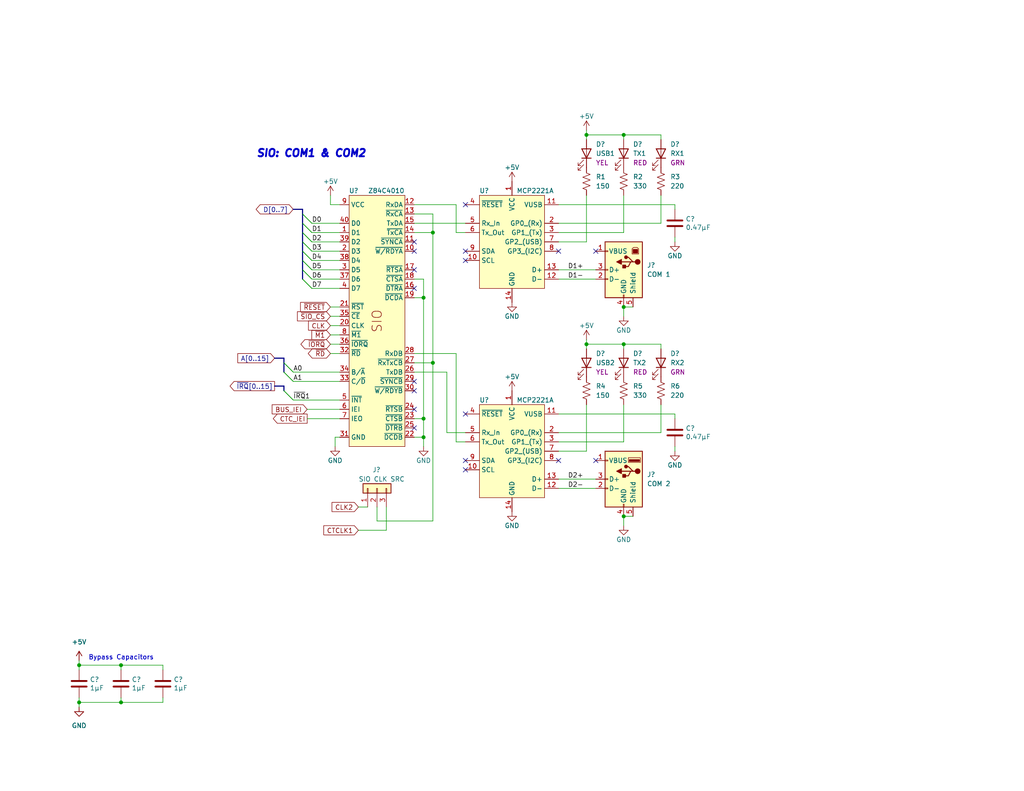
<source format=kicad_sch>
(kicad_sch (version 20230121) (generator eeschema)
  (paper "USLetter")
  (title_block (title "Serial I/O (Dual comm ports)") (date "2023-09-08") (rev "2.12") (company "Frédéric Segard") (comment 1 "@microhobbyist") (comment 4 "Thank you to John Winans for his inspiration, as well as Grant Searle and Sergey Kiselev"))
  (lib_symbols
    (symbol "+5V_1" (power) (pin_names (offset 0))
      (property "Value" "+5V_1" (at 0 3.556 0))
      (symbol "+5V_1_0_1"
        (polyline (pts (xy -0.762 1.27) (xy 0 2.54)))
        (polyline (pts (xy 0 0) (xy 0 2.54)))
        (polyline (pts (xy 0 2.54) (xy 0.762 1.27)))
      )
      (symbol "+5V_1_1_1"
        (pin power_in line (at 0 0 90) (length 0) hide (name "+5V") (number "1"))
      )
    )
    (symbol "0_Library:MCP2221A"
      (property "Reference" "U" (at -10.16 1.27 0))
      (property "Value" "MCP2221A" (at 1.27 1.27 0))
      (symbol "MCP2221A_0_1"
        (rectangle (start -8.89 0) (end 8.89 -25.4) (stroke (width 0.1524)) (fill (type background)))
      )
      (symbol "MCP2221A_1_1"
        (pin power_in line (at 0 3.81 270) (length 3.81) (name "VCC") (number "1"))
        (pin bidirectional line (at -12.7 -17.78 0) (length 3.81) (name "SCL") (number "10"))
        (pin power_out line (at 12.7 -2.54 180) (length 3.81) (name "VUSB") (number "11"))
        (pin bidirectional line (at 12.7 -22.86 180) (length 3.81) (name "D-") (number "12"))
        (pin bidirectional line (at 12.7 -20.32 180) (length 3.81) (name "D+") (number "13"))
        (pin power_in line (at 0 -29.21 90) (length 3.81) (name "GND") (number "14"))
        (pin bidirectional line (at 12.7 -7.62 180) (length 3.81) (name "GP0_(Rx)") (number "2"))
        (pin bidirectional line (at 12.7 -10.16 180) (length 3.81) (name "GP1_(Tx)") (number "3"))
        (pin input line (at -12.7 -2.54 0) (length 3.81) (name "~{RESET}") (number "4"))
        (pin input line (at -12.7 -7.62 0) (length 3.81) (name "Rx_In") (number "5"))
        (pin output line (at -12.7 -10.16 0) (length 3.81) (name "Tx_Out") (number "6"))
        (pin bidirectional line (at 12.7 -12.7 180) (length 3.81) (name "GP2_(USB)") (number "7"))
        (pin bidirectional line (at 12.7 -15.24 180) (length 3.81) (name "GP3_(I2C)") (number "8"))
        (pin bidirectional line (at -12.7 -15.24 0) (length 3.81) (name "SDA") (number "9"))
      )
    )
    (symbol "0_Library:Z84C40xx SIO"
      (property "Reference" "U" (at -7.62 1.27 0))
      (property "Value" "Z84C40xx SIO" (at 1.27 1.27 0))
      (symbol "Z84C40xx SIO_0_0"
        (text "SIO" (at 0 -34.29 900) (effects (font (size 2.54 2.54))))
      )
      (symbol "Z84C40xx SIO_0_1"
        (rectangle (start -7.62 0) (end 7.62 -68.58) (stroke (width 0.1524)) (fill (type background)))
      )
      (symbol "Z84C40xx SIO_1_1"
        (pin bidirectional line (at -10.16 -10.16 0) (length 2.54) (name "D1") (number "1"))
        (pin output line (at 10.16 -15.24 180) (length 2.54) (name "~{W/RDYA}") (number "10"))
        (pin bidirectional line (at 10.16 -12.7 180) (length 2.54) (name "~{SYNCA}") (number "11"))
        (pin input line (at 10.16 -2.54 180) (length 2.54) (name "RxDA") (number "12"))
        (pin input line (at 10.16 -5.08 180) (length 2.54) (name "~{RxCA}") (number "13"))
        (pin input line (at 10.16 -10.16 180) (length 2.54) (name "~{TxCA}") (number "14"))
        (pin output line (at 10.16 -7.62 180) (length 2.54) (name "TxDA") (number "15"))
        (pin output line (at 10.16 -25.4 180) (length 2.54) (name "~{DTRA}") (number "16"))
        (pin output line (at 10.16 -20.32 180) (length 2.54) (name "~{RTSA}") (number "17"))
        (pin input line (at 10.16 -22.86 180) (length 2.54) (name "~{CTSA}") (number "18"))
        (pin input line (at 10.16 -27.94 180) (length 2.54) (name "~{DCDA}") (number "19"))
        (pin bidirectional line (at -10.16 -15.24 0) (length 2.54) (name "D3") (number "2"))
        (pin input line (at -10.16 -35.56 0) (length 2.54) (name "CLK") (number "20"))
        (pin input line (at -10.16 -30.48 0) (length 2.54) (name "~{RST}") (number "21"))
        (pin input line (at 10.16 -66.04 180) (length 2.54) (name "~{DCDB}") (number "22"))
        (pin input line (at 10.16 -60.96 180) (length 2.54) (name "~{CTSB}") (number "23"))
        (pin output line (at 10.16 -58.42 180) (length 2.54) (name "~{RTSB}") (number "24"))
        (pin output line (at 10.16 -63.5 180) (length 2.54) (name "~{DTRB}") (number "25"))
        (pin output line (at 10.16 -48.26 180) (length 2.54) (name "TxDB") (number "26"))
        (pin input line (at 10.16 -45.72 180) (length 2.54) (name "~{RxTxCB}") (number "27"))
        (pin input line (at 10.16 -43.18 180) (length 2.54) (name "RxDB") (number "28"))
        (pin bidirectional line (at 10.16 -50.8 180) (length 2.54) (name "~{SYNCB}") (number "29"))
        (pin bidirectional line (at -10.16 -20.32 0) (length 2.54) (name "D5") (number "3"))
        (pin output line (at 10.16 -53.34 180) (length 2.54) (name "~{W/RDYB}") (number "30"))
        (pin power_in line (at -10.16 -66.04 0) (length 2.54) (name "GND") (number "31"))
        (pin input line (at -10.16 -43.18 0) (length 2.54) (name "~{RD}") (number "32"))
        (pin input line (at -10.16 -50.8 0) (length 2.54) (name "C/~{D}") (number "33"))
        (pin input line (at -10.16 -48.26 0) (length 2.54) (name "B/~{A}") (number "34"))
        (pin input line (at -10.16 -33.02 0) (length 2.54) (name "~{CE}") (number "35"))
        (pin input line (at -10.16 -40.64 0) (length 2.54) (name "~{IORQ}") (number "36"))
        (pin bidirectional line (at -10.16 -22.86 0) (length 2.54) (name "D6") (number "37"))
        (pin bidirectional line (at -10.16 -17.78 0) (length 2.54) (name "D4") (number "38"))
        (pin bidirectional line (at -10.16 -12.7 0) (length 2.54) (name "D2") (number "39"))
        (pin bidirectional line (at -10.16 -25.4 0) (length 2.54) (name "D7") (number "4"))
        (pin bidirectional line (at -10.16 -7.62 0) (length 2.54) (name "D0") (number "40"))
        (pin open_collector line (at -10.16 -55.88 0) (length 2.54) (name "~{INT}") (number "5"))
        (pin input line (at -10.16 -58.42 0) (length 2.54) (name "IEI") (number "6"))
        (pin output line (at -10.16 -60.96 0) (length 2.54) (name "IEO") (number "7"))
        (pin input line (at -10.16 -38.1 0) (length 2.54) (name "~{M1}") (number "8"))
        (pin power_in line (at -10.16 -2.54 0) (length 2.54) (name "VCC") (number "9"))
      )
    )
    (symbol "Connector:USB_A" (pin_names (offset 1.016))
      (property "Reference" "J" (at -5.08 11.43 0))
      (property "Value" "USB_A" (at -5.08 8.89 0))
      (symbol "USB_A_0_1"
        (rectangle (start -5.08 -7.62) (end 5.08 7.62) (stroke (width 0.254)) (fill (type background)))
        (circle (center -3.81 2.159) (radius 0.635) (stroke (width 0.254)) (fill (type outline)))
        (rectangle (start -1.524 4.826) (end -4.318 5.334) (fill (type outline)))
        (rectangle (start -1.27 4.572) (end -4.572 5.842))
        (circle (center -0.635 3.429) (radius 0.381) (stroke (width 0.254)) (fill (type outline)))
        (rectangle (start -0.127 -7.62) (end 0.127 -6.858))
        (polyline (pts (xy -3.175 2.159) (xy -2.54 2.159) (xy -1.27 3.429) (xy -0.635 3.429)) (stroke (width 0.254)))
        (polyline (pts (xy -2.54 2.159) (xy -1.905 2.159) (xy -1.27 0.889) (xy 0 0.889)) (stroke (width 0.254)))
        (polyline (pts (xy 0.635 2.794) (xy 0.635 1.524) (xy 1.905 2.159) (xy 0.635 2.794)) (stroke (width 0.254)) (fill (type outline)))
        (rectangle (start 0.254 1.27) (end -0.508 0.508) (stroke (width 0.254)) (fill (type outline)))
        (rectangle (start 5.08 -2.667) (end 4.318 -2.413))
        (rectangle (start 5.08 -0.127) (end 4.318 0.127))
        (rectangle (start 5.08 4.953) (end 4.318 5.207))
      )
      (symbol "USB_A_1_1"
        (polyline (pts (xy -1.905 2.159) (xy 0.635 2.159)) (stroke (width 0.254)))
        (pin power_in line (at 7.62 5.08 180) (length 2.54) (name "VBUS") (number "1"))
        (pin bidirectional line (at 7.62 -2.54 180) (length 2.54) (name "D-") (number "2"))
        (pin bidirectional line (at 7.62 0 180) (length 2.54) (name "D+") (number "3"))
        (pin power_in line (at 0 -10.16 90) (length 2.54) (name "GND") (number "4"))
        (pin passive line (at -2.54 -10.16 90) (length 2.54) (name "Shield") (number "5"))
      )
    )
    (symbol "Connector:USB_B" (pin_names (offset 1.016))
      (property "Reference" "J" (at -5.08 11.43 0))
      (property "Value" "USB_B" (at -5.08 8.89 0))
      (symbol "USB_B_0_1"
        (rectangle (start -5.08 -7.62) (end 5.08 7.62) (stroke (width 0.254)) (fill (type background)))
        (circle (center -3.81 2.159) (radius 0.635) (stroke (width 0.254)) (fill (type outline)))
        (rectangle (start -3.81 5.588) (end -2.54 4.572) (fill (type outline)))
        (circle (center -0.635 3.429) (radius 0.381) (stroke (width 0.254)) (fill (type outline)))
        (rectangle (start -0.127 -7.62) (end 0.127 -6.858))
        (polyline (pts (xy -1.905 2.159) (xy 0.635 2.159)) (stroke (width 0.254)))
        (polyline (pts (xy -3.175 2.159) (xy -2.54 2.159) (xy -1.27 3.429) (xy -0.635 3.429)) (stroke (width 0.254)))
        (polyline (pts (xy -2.54 2.159) (xy -1.905 2.159) (xy -1.27 0.889) (xy 0 0.889)) (stroke (width 0.254)))
        (polyline (pts (xy 0.635 2.794) (xy 0.635 1.524) (xy 1.905 2.159) (xy 0.635 2.794)) (stroke (width 0.254)) (fill (type outline)))
        (polyline (pts (xy -4.064 4.318) (xy -2.286 4.318) (xy -2.286 5.715) (xy -2.667 6.096) (xy -3.683 6.096) (xy -4.064 5.715) (xy -4.064 4.318)))
        (rectangle (start 0.254 1.27) (end -0.508 0.508) (stroke (width 0.254)) (fill (type outline)))
        (rectangle (start 5.08 -2.667) (end 4.318 -2.413))
        (rectangle (start 5.08 -0.127) (end 4.318 0.127))
        (rectangle (start 5.08 4.953) (end 4.318 5.207))
      )
      (symbol "USB_B_1_1"
        (pin power_out line (at 7.62 5.08 180) (length 2.54) (name "VBUS") (number "1"))
        (pin bidirectional line (at 7.62 -2.54 180) (length 2.54) (name "D-") (number "2"))
        (pin bidirectional line (at 7.62 0 180) (length 2.54) (name "D+") (number "3"))
        (pin power_out line (at 0 -10.16 90) (length 2.54) (name "GND") (number "4"))
        (pin passive line (at -2.54 -10.16 90) (length 2.54) (name "Shield") (number "5"))
      )
    )
    (symbol "Connector_Generic:Conn_01x03" (pin_names (offset 1.016) hide)
      (property "Reference" "J" (at 0 5.08 0))
      (property "Value" "Conn_01x03" (at 0 -5.08 0))
      (symbol "Conn_01x03_1_1"
        (rectangle (start -1.27 -2.413) (end 0 -2.667) (stroke (width 0.1524)))
        (rectangle (start -1.27 0.127) (end 0 -0.127) (stroke (width 0.1524)))
        (rectangle (start -1.27 2.667) (end 0 2.413) (stroke (width 0.1524)))
        (rectangle (start -1.27 3.81) (end 1.27 -3.81) (stroke (width 0.254)) (fill (type background)))
        (pin passive line (at -5.08 2.54 0) (length 3.81) (name "Pin_1") (number "1"))
        (pin passive line (at -5.08 0 0) (length 3.81) (name "Pin_2") (number "2"))
        (pin passive line (at -5.08 -2.54 0) (length 3.81) (name "Pin_3") (number "3"))
      )
    )
    (symbol "Device:C" (pin_numbers hide) (pin_names (offset 0.254))
      (property "Reference" "C" (at 0.635 2.54 0))
      (property "Value" "C" (at 0.635 -2.54 0))
      (symbol "C_0_1"
        (polyline (pts (xy -2.032 -0.762) (xy 2.032 -0.762)) (stroke (width 0.508)))
        (polyline (pts (xy -2.032 0.762) (xy 2.032 0.762)) (stroke (width 0.508)))
      )
      (symbol "C_1_1"
        (pin passive line (at 0 3.81 270) (length 2.794) (name "~") (number "1"))
        (pin passive line (at 0 -3.81 90) (length 2.794) (name "~") (number "2"))
      )
    )
    (symbol "Device:LED" (pin_numbers hide) (pin_names (offset 1.016) hide)
      (property "Reference" "D" (at 0 2.54 0))
      (property "Value" "LED" (at 0 -2.54 0))
      (symbol "LED_0_1"
        (polyline (pts (xy -1.27 -1.27) (xy -1.27 1.27)) (stroke (width 0.254)))
        (polyline (pts (xy -1.27 0) (xy 1.27 0)))
        (polyline (pts (xy 1.27 -1.27) (xy 1.27 1.27) (xy -1.27 0) (xy 1.27 -1.27)) (stroke (width 0.254)))
        (polyline (pts (xy -3.048 -0.762) (xy -4.572 -2.286) (xy -3.81 -2.286) (xy -4.572 -2.286) (xy -4.572 -1.524)))
        (polyline (pts (xy -1.778 -0.762) (xy -3.302 -2.286) (xy -2.54 -2.286) (xy -3.302 -2.286) (xy -3.302 -1.524)))
      )
      (symbol "LED_1_1"
        (pin passive line (at -3.81 0 0) (length 2.54) (name "K") (number "1"))
        (pin passive line (at 3.81 0 180) (length 2.54) (name "A") (number "2"))
      )
    )
    (symbol "Device:R_US" (pin_numbers hide) (pin_names (offset 0))
      (property "Reference" "R" (at 2.54 0 90))
      (property "Value" "R_US" (at -2.54 0 90))
      (symbol "R_US_0_1"
        (polyline (pts (xy 0 -2.286) (xy 0 -2.54)))
        (polyline (pts (xy 0 2.286) (xy 0 2.54)))
        (polyline (pts (xy 0 -0.762) (xy 1.016 -1.143) (xy 0 -1.524) (xy -1.016 -1.905) (xy 0 -2.286)))
        (polyline (pts (xy 0 0.762) (xy 1.016 0.381) (xy 0 0) (xy -1.016 -0.381) (xy 0 -0.762)))
        (polyline (pts (xy 0 2.286) (xy 1.016 1.905) (xy 0 1.524) (xy -1.016 1.143) (xy 0 0.762)))
      )
      (symbol "R_US_1_1"
        (pin passive line (at 0 3.81 270) (length 1.27) (name "~") (number "1"))
        (pin passive line (at 0 -3.81 90) (length 1.27) (name "~") (number "2"))
      )
    )
    (symbol "GND_1" (power) (pin_names (offset 0))
      (property "Value" "GND_1" (at 0 -3.81 0))
      (symbol "GND_1_0_1"
        (polyline (pts (xy 0 0) (xy 0 -1.27) (xy 1.27 -1.27) (xy 0 -2.54) (xy -1.27 -1.27) (xy 0 -1.27)))
      )
      (symbol "GND_1_1_1"
        (pin power_in line (at 0 0 270) (length 0) hide (name "GND") (number "1"))
      )
    )
  )
  (junction (at 160.02 36.83))
  (junction (at 115.57 114.3))
  (junction (at 21.59 191.77))
  (junction (at 118.11 99.06))
  (junction (at 170.18 140.97))
  (junction (at 170.18 93.98))
  (junction (at 21.59 181.61))
  (junction (at 170.18 83.82))
  (junction (at 170.18 36.83))
  (junction (at 160.02 93.98))
  (junction (at 115.57 81.28))
  (junction (at 33.02 191.77))
  (junction (at 118.11 63.5))
  (junction (at 115.57 119.38))
  (junction (at 33.02 181.61))
  (no_connect (at 127 68.58))
  (no_connect (at 127 125.73))
  (no_connect (at 113.03 111.76))
  (no_connect (at 113.03 78.74))
  (no_connect (at 113.03 66.04))
  (no_connect (at 113.03 73.66))
  (no_connect (at 152.4 125.73))
  (no_connect (at 113.03 106.68))
  (no_connect (at 113.03 104.14))
  (no_connect (at 152.4 68.58))
  (no_connect (at 113.03 116.84))
  (no_connect (at 127 128.27))
  (no_connect (at 127 71.12))
  (no_connect (at 162.56 125.73))
  (no_connect (at 127 113.03))
  (no_connect (at 162.56 68.58))
  (no_connect (at 113.03 68.58))
  (no_connect (at 127 55.88))
  (bus_entry (at 82.55 76.2) (size 2.54 2.54))
  (bus_entry (at 82.55 76.2) (size 2.54 2.54))
  (bus_entry (at 82.55 68.58) (size 2.54 2.54))
  (bus_entry (at 82.55 68.58) (size 2.54 2.54))
  (bus_entry (at 82.55 63.5) (size 2.54 2.54))
  (bus_entry (at 82.55 63.5) (size 2.54 2.54))
  (bus_entry (at 82.55 66.04) (size 2.54 2.54))
  (bus_entry (at 82.55 66.04) (size 2.54 2.54))
  (bus_entry (at 82.55 58.42) (size 2.54 2.54))
  (bus_entry (at 82.55 58.42) (size 2.54 2.54))
  (bus_entry (at 82.55 73.66) (size 2.54 2.54))
  (bus_entry (at 82.55 73.66) (size 2.54 2.54))
  (bus_entry (at 77.47 106.68) (size 2.54 2.54))
  (bus_entry (at 77.47 106.68) (size 2.54 2.54))
  (bus_entry (at 77.47 99.06) (size 2.54 2.54))
  (bus_entry (at 77.47 99.06) (size 2.54 2.54))
  (bus_entry (at 77.47 101.6) (size 2.54 2.54))
  (bus_entry (at 77.47 101.6) (size 2.54 2.54))
  (bus_entry (at 82.55 60.96) (size 2.54 2.54))
  (bus_entry (at 82.55 60.96) (size 2.54 2.54))
  (bus_entry (at 82.55 71.12) (size 2.54 2.54))
  (bus_entry (at 82.55 71.12) (size 2.54 2.54))
  (wire (pts (xy 184.15 57.15) (xy 184.15 55.88)))
  (wire (pts (xy 184.15 114.3) (xy 184.15 113.03)))
  (wire (pts (xy 80.01 104.14) (xy 92.71 104.14)))
  (wire (pts (xy 90.17 86.36) (xy 92.71 86.36)))
  (wire (pts (xy 102.87 142.24) (xy 118.11 142.24)))
  (wire (pts (xy 83.82 114.3) (xy 92.71 114.3)))
  (wire (pts (xy 152.4 123.19) (xy 160.02 123.19)))
  (wire (pts (xy 115.57 76.2) (xy 115.57 81.28)))
  (wire (pts (xy 118.11 58.42) (xy 118.11 63.5)))
  (wire (pts (xy 170.18 36.83) (xy 170.18 38.1)))
  (wire (pts (xy 113.03 76.2) (xy 115.57 76.2)))
  (wire (pts (xy 160.02 95.25) (xy 160.02 93.98)))
  (wire (pts (xy 85.09 71.12) (xy 92.71 71.12)))
  (wire (pts (xy 180.34 60.96) (xy 152.4 60.96)))
  (wire (pts (xy 21.59 181.61) (xy 21.59 182.88)))
  (wire (pts (xy 127 120.65) (xy 124.46 120.65)))
  (wire (pts (xy 170.18 83.82) (xy 170.18 86.36)))
  (wire (pts (xy 44.45 182.88) (xy 44.45 181.61)))
  (wire (pts (xy 97.79 144.78) (xy 105.41 144.78)))
  (wire (pts (xy 160.02 35.56) (xy 160.02 36.83)))
  (wire (pts (xy 33.02 190.5) (xy 33.02 191.77)))
  (wire (pts (xy 113.03 114.3) (xy 115.57 114.3)))
  (wire (pts (xy 118.11 142.24) (xy 118.11 99.06)))
  (wire (pts (xy 180.34 118.11) (xy 152.4 118.11)))
  (wire (pts (xy 91.44 119.38) (xy 91.44 121.92)))
  (wire (pts (xy 184.15 113.03) (xy 152.4 113.03)))
  (wire (pts (xy 44.45 190.5) (xy 44.45 191.77)))
  (bus (pts (xy 77.47 106.68) (xy 77.47 105.41)))
  (wire (pts (xy 80.01 109.22) (xy 92.71 109.22)))
  (wire (pts (xy 85.09 63.5) (xy 92.71 63.5)))
  (bus (pts (xy 77.47 101.6) (xy 77.47 99.06)))
  (wire (pts (xy 184.15 66.04) (xy 184.15 64.77)))
  (wire (pts (xy 180.34 38.1) (xy 180.34 36.83)))
  (wire (pts (xy 115.57 119.38) (xy 115.57 121.92)))
  (bus (pts (xy 74.93 97.79) (xy 77.47 97.79)))
  (wire (pts (xy 160.02 110.49) (xy 160.02 123.19)))
  (wire (pts (xy 184.15 55.88) (xy 152.4 55.88)))
  (bus (pts (xy 82.55 73.66) (xy 82.55 71.12)))
  (wire (pts (xy 113.03 119.38) (xy 115.57 119.38)))
  (wire (pts (xy 118.11 99.06) (xy 118.11 63.5)))
  (wire (pts (xy 85.09 78.74) (xy 92.71 78.74)))
  (wire (pts (xy 90.17 96.52) (xy 92.71 96.52)))
  (bus (pts (xy 74.93 105.41) (xy 77.47 105.41)))
  (wire (pts (xy 85.09 66.04) (xy 92.71 66.04)))
  (wire (pts (xy 180.34 93.98) (xy 170.18 93.98)))
  (bus (pts (xy 82.55 68.58) (xy 82.55 66.04)))
  (wire (pts (xy 113.03 60.96) (xy 127 60.96)))
  (wire (pts (xy 170.18 120.65) (xy 152.4 120.65)))
  (wire (pts (xy 85.09 68.58) (xy 92.71 68.58)))
  (wire (pts (xy 97.79 138.43) (xy 100.33 138.43)))
  (wire (pts (xy 170.18 83.82) (xy 172.72 83.82)))
  (wire (pts (xy 180.34 95.25) (xy 180.34 93.98)))
  (bus (pts (xy 82.55 66.04) (xy 82.55 63.5)))
  (wire (pts (xy 44.45 181.61) (xy 33.02 181.61)))
  (wire (pts (xy 113.03 81.28) (xy 115.57 81.28)))
  (wire (pts (xy 152.4 133.35) (xy 162.56 133.35)))
  (wire (pts (xy 33.02 181.61) (xy 21.59 181.61)))
  (bus (pts (xy 82.55 58.42) (xy 82.55 57.15)))
  (wire (pts (xy 170.18 140.97) (xy 172.72 140.97)))
  (wire (pts (xy 113.03 99.06) (xy 118.11 99.06)))
  (wire (pts (xy 170.18 63.5) (xy 152.4 63.5)))
  (wire (pts (xy 152.4 73.66) (xy 162.56 73.66)))
  (wire (pts (xy 113.03 58.42) (xy 118.11 58.42)))
  (wire (pts (xy 33.02 182.88) (xy 33.02 181.61)))
  (wire (pts (xy 152.4 76.2) (xy 162.56 76.2)))
  (wire (pts (xy 152.4 130.81) (xy 162.56 130.81)))
  (wire (pts (xy 170.18 93.98) (xy 170.18 95.25)))
  (bus (pts (xy 80.01 57.15) (xy 82.55 57.15)))
  (wire (pts (xy 85.09 60.96) (xy 92.71 60.96)))
  (wire (pts (xy 21.59 191.77) (xy 33.02 191.77)))
  (wire (pts (xy 113.03 63.5) (xy 118.11 63.5)))
  (bus (pts (xy 82.55 76.2) (xy 82.55 73.66)))
  (wire (pts (xy 85.09 73.66) (xy 92.71 73.66)))
  (wire (pts (xy 160.02 53.34) (xy 160.02 66.04)))
  (wire (pts (xy 90.17 91.44) (xy 92.71 91.44)))
  (wire (pts (xy 21.59 190.5) (xy 21.59 191.77)))
  (bus (pts (xy 82.55 63.5) (xy 82.55 60.96)))
  (wire (pts (xy 90.17 93.98) (xy 92.71 93.98)))
  (wire (pts (xy 170.18 110.49) (xy 170.18 120.65)))
  (wire (pts (xy 170.18 53.34) (xy 170.18 63.5)))
  (wire (pts (xy 113.03 55.88) (xy 124.46 55.88)))
  (wire (pts (xy 90.17 88.9) (xy 92.71 88.9)))
  (wire (pts (xy 102.87 142.24) (xy 102.87 138.43)))
  (wire (pts (xy 160.02 93.98) (xy 170.18 93.98)))
  (wire (pts (xy 152.4 66.04) (xy 160.02 66.04)))
  (wire (pts (xy 105.41 144.78) (xy 105.41 138.43)))
  (wire (pts (xy 160.02 92.71) (xy 160.02 93.98)))
  (wire (pts (xy 121.92 101.6) (xy 113.03 101.6)))
  (wire (pts (xy 92.71 119.38) (xy 91.44 119.38)))
  (wire (pts (xy 90.17 53.34) (xy 90.17 55.88)))
  (wire (pts (xy 21.59 180.34) (xy 21.59 181.61)))
  (wire (pts (xy 83.82 111.76) (xy 92.71 111.76)))
  (bus (pts (xy 77.47 99.06) (xy 77.47 97.79)))
  (bus (pts (xy 82.55 71.12) (xy 82.55 68.58)))
  (wire (pts (xy 180.34 53.34) (xy 180.34 60.96)))
  (bus (pts (xy 82.55 60.96) (xy 82.55 58.42)))
  (wire (pts (xy 124.46 55.88) (xy 124.46 63.5)))
  (wire (pts (xy 121.92 118.11) (xy 127 118.11)))
  (wire (pts (xy 85.09 76.2) (xy 92.71 76.2)))
  (wire (pts (xy 113.03 96.52) (xy 124.46 96.52)))
  (wire (pts (xy 180.34 110.49) (xy 180.34 118.11)))
  (wire (pts (xy 115.57 114.3) (xy 115.57 119.38)))
  (wire (pts (xy 92.71 55.88) (xy 90.17 55.88)))
  (wire (pts (xy 33.02 191.77) (xy 44.45 191.77)))
  (wire (pts (xy 160.02 38.1) (xy 160.02 36.83)))
  (wire (pts (xy 170.18 140.97) (xy 170.18 143.51)))
  (wire (pts (xy 160.02 36.83) (xy 170.18 36.83)))
  (wire (pts (xy 124.46 96.52) (xy 124.46 120.65)))
  (wire (pts (xy 115.57 81.28) (xy 115.57 114.3)))
  (wire (pts (xy 80.01 101.6) (xy 92.71 101.6)))
  (wire (pts (xy 90.17 83.82) (xy 92.71 83.82)))
  (wire (pts (xy 21.59 191.77) (xy 21.59 193.04)))
  (wire (pts (xy 127 63.5) (xy 124.46 63.5)))
  (wire (pts (xy 121.92 118.11) (xy 121.92 101.6)))
  (wire (pts (xy 184.15 123.19) (xy 184.15 121.92)))
  (wire (pts (xy 180.34 36.83) (xy 170.18 36.83)))
  (text "SIO: COM1 & COM2" (at 69.85 43.18 0) (effects (font (size 2 2) (thickness 0.508) bold italic) (justify left bottom)))
  (text "Bypass Capacitors" (at 24.13 180.34 0) (effects (font (size 1.27 1.27)) (justify left bottom)))
  (text "Bypass Capacitors" (at 24.13 180.34 0) (effects (font (size 1.27 1.27)) (justify left bottom)))
  (label "~{IRQ}1" (at 80.01 109.22 0))
  (label "D5" (at 85.09 73.66 0))
  (label "A1" (at 80.01 104.14 0))
  (label "D2+" (at 154.94 130.81 0))
  (label "D1" (at 85.09 63.5 0))
  (label "A0" (at 80.01 101.6 0))
  (label "D1-" (at 154.94 76.2 0))
  (label "D2-" (at 154.94 133.35 0))
  (label "D6" (at 85.09 76.2 0))
  (label "D0" (at 85.09 60.96 0))
  (label "D3" (at 85.09 68.58 0))
  (label "D1+" (at 154.94 73.66 0))
  (label "D4" (at 85.09 71.12 0))
  (label "D7" (at 85.09 78.74 0))
  (label "D2" (at 85.09 66.04 0))
  (global_label "D[0..7]" (shape bidirectional) (at 80.01 57.15 180) (property "Intersheetrefs" "${INTERSHEET_REFS}" (effects hide)))
  (global_label "~{RD}" (shape tri_state) (at 90.17 96.52 180) (property "Intersheetrefs" "${INTERSHEET_REFS}" (effects hide)))
  (global_label "~{M1}" (shape input) (at 90.17 91.44 180) (property "Intersheetrefs" "${INTERSHEET_REFS}" (effects hide)))
  (global_label "CTCLK1" (shape input) (at 97.79 144.78 180) (property "Intersheetrefs" "${INTERSHEET_REFS}" (effects hide)))
  (global_label "CLK" (shape input) (at 90.17 88.9 180) (property "Intersheetrefs" "${INTERSHEET_REFS}" (effects hide)))
  (global_label "CTC_IEI" (shape output) (at 83.82 114.3 180) (property "Intersheetrefs" "${INTERSHEET_REFS}" (effects hide)))
  (global_label "CLK2" (shape input) (at 97.79 138.43 180) (property "Intersheetrefs" "${INTERSHEET_REFS}" (effects hide)))
  (global_label "~{IORQ}" (shape tri_state) (at 90.17 93.98 180) (property "Intersheetrefs" "${INTERSHEET_REFS}" (effects hide)))
  (global_label "~{SIO_CS}" (shape input) (at 90.17 86.36 180) (property "Intersheetrefs" "${INTERSHEET_REFS}" (effects hide)))
  (global_label "~{IRQ}[0..15]" (shape output) (at 74.93 105.41 180) (property "Intersheetrefs" "${INTERSHEET_REFS}" (effects hide)))
  (global_label "BUS_IEI" (shape input) (at 83.82 111.76 180) (property "Intersheetrefs" "${INTERSHEET_REFS}" (effects hide)))
  (global_label "~{RESET}" (shape input) (at 90.17 83.82 180) (property "Intersheetrefs" "${INTERSHEET_REFS}" (effects hide)))
  (global_label "A[0..15]" (shape input) (at 74.93 97.79 180) (property "Intersheetrefs" "${INTERSHEET_REFS}" (effects hide)))
  (symbol (lib_id "Device:C") (at 21.59 186.69 0) (unit 1)
    (property "Reference" "C?" (at 24.511 185.5216 0) (effects (justify left)))
    (property "Value" "1µF" (at 24.511 187.833 0) (effects (justify left)))
    (property "Footprint" "Capacitor_THT:C_Disc_D3.4mm_W2.1mm_P2.50mm" (effects hide))
    (instances (project "1 - Main CPU board with basic peripherals (rev5)" (path "" (reference "C?") (unit 1))) (project "2 - CPU and memory card with the essential peripherals" (path "" (reference "C?") (unit 1))) (project "3 - Quad Serial card v3" (path "" (reference "C?") (unit 1)) (path "" (reference "C?") (unit 1))) (project "2 - CPU and core components (Rev 3)" (path "" (reference "C22") (unit 1))))
  )
  (symbol (lib_id "Device:R_US") (at 180.34 106.68 0) (unit 1)
    (property "Reference" "R6" (at 182.88 105.41 0) (effects (justify left)))
    (property "Value" "220" (at 182.88 107.95 0) (effects (justify left)))
    (property "Footprint" "Resistor_THT:R_Axial_DIN0207_L6.3mm_D2.5mm_P10.16mm_Horizontal" (effects hide))
  )
  (symbol (lib_id "Device:LED") (at 160.02 41.91 270) (mirror x) (unit 1)
    (property "Reference" "D?" (at 162.56 39.37 90) (effects (justify left)))
    (property "Value" "USB1" (at 162.56 41.91 90) (effects (justify left)))
    (property "Footprint" "LED_THT:LED_D3.0mm_Horizontal_O1.27mm_Z2.0mm_Clear" (effects hide))
    (property "Color" "YEL" (at 162.56 44.45 90) (effects (justify left)))
    (instances (project "1 - Main CPU board with basic peripherals (rev5)" (path "" (reference "D?") (unit 1))) (project "1 - Main CPU card with CTC, SIO and PIO" (path "" (reference "D?") (unit 1)) (path "" (reference "D?") (unit 1))) (project "0 - Card edge backplane v2" (path "" (reference "D?") (unit 1))) (project "2 - CPU and core components (Rev 3)" (path "" (reference "D8") (unit 1))))
  )
  (symbol (lib_name "GND_1") (lib_id "power:GND") (at 184.15 66.04 0) (unit 1)
    (property "Reference" "#PWR?" (effects hide))
    (property "Value" "GND" (at 184.15 69.85 0))
    (instances (project "1 - Main CPU board with basic peripherals (rev5)" (path "" (reference "#PWR?") (unit 1))) (project "2 - CPU and memory card with the essential peripherals" (path "" (reference "#PWR?") (unit 1))) (project "3 - Quad Serial card v3" (path "" (reference "#PWR?") (unit 1)) (path "" (reference "#PWR?") (unit 1)) (path "" (reference "#PWR?") (unit 1))) (project "2 - CPU and core components (Rev 3)" (path "" (reference "#PWR065") (unit 1))))
  )
  (symbol (lib_name "+5V_1") (lib_id "power:+5V") (at 21.59 180.34 0) (unit 1)
    (property "Reference" "#PWR?" (effects hide))
    (property "Value" "+5V" (at 21.59 175.26 0))
    (instances (project "1 - Main CPU board with basic peripherals (rev5)" (path "" (reference "#PWR?") (unit 1))) (project "2 - CPU and memory card with the essential peripherals" (path "" (reference "#PWR?") (unit 1))) (project "3 - Quad Serial card v3" (path "" (reference "#PWR?") (unit 1)) (path "" (reference "#PWR?") (unit 1))) (project "2 - CPU and core components (Rev 3)" (path "" (reference "#PWR074") (unit 1))))
  )
  (symbol (lib_id "0_Library:MCP2221A") (at 139.7 53.34 0) (unit 1)
    (property "Reference" "U?" (at 130.81 52.07 0) (effects (justify left)))
    (property "Value" "MCP2221A" (at 140.97 52.07 0) (effects (justify left)))
    (property "Footprint" "Package_DIP:DIP-14_W7.62mm_Socket" (effects hide))
    (property "Datasheet" "https://ww1.microchip.com/downloads/aemDocuments/documents/APID/ProductDocuments/DataSheets/MCP2221A-Data-Sheet-20005565E.pdf" (effects hide))
    (instances (project "1 - Main CPU board with basic peripherals (rev5)" (path "" (reference "U?") (unit 1))) (project "2 - CPU and core components (Rev 3)" (path "" (reference "U19") (unit 1))))
  )
  (symbol (lib_id "Device:LED") (at 160.02 99.06 270) (mirror x) (unit 1)
    (property "Reference" "D?" (at 162.56 96.52 90) (effects (justify left)))
    (property "Value" "USB2" (at 162.56 99.06 90) (effects (justify left)))
    (property "Footprint" "LED_THT:LED_D3.0mm_Horizontal_O1.27mm_Z2.0mm_Clear" (effects hide))
    (property "Color" "YEL" (at 162.56 101.6 90) (effects (justify left)))
    (instances (project "1 - Main CPU board with basic peripherals (rev5)" (path "" (reference "D?") (unit 1))) (project "1 - Main CPU card with CTC, SIO and PIO" (path "" (reference "D?") (unit 1)) (path "" (reference "D?") (unit 1))) (project "0 - Card edge backplane v2" (path "" (reference "D?") (unit 1))) (project "2 - CPU and core components (Rev 3)" (path "" (reference "D11") (unit 1))))
  )
  (symbol (lib_name "GND_1") (lib_id "power:GND") (at 170.18 86.36 0) (mirror y) (unit 1)
    (property "Reference" "#PWR?" (effects hide))
    (property "Value" "GND" (at 170.18 90.17 0))
    (instances (project "1 - Main CPU board with basic peripherals (rev5)" (path "" (reference "#PWR?") (unit 1))) (project "2 - CPU and memory card with the essential peripherals" (path "" (reference "#PWR?") (unit 1))) (project "3 - Quad Serial card v3" (path "" (reference "#PWR?") (unit 1)) (path "" (reference "#PWR?") (unit 1)) (path "" (reference "#PWR?") (unit 1))) (project "2 - CPU and core components (Rev 3)" (path "" (reference "#PWR067") (unit 1))))
  )
  (symbol (lib_id "0_Library:MCP2221A") (at 139.7 110.49 0) (unit 1)
    (property "Reference" "U?" (at 130.81 109.22 0) (effects (justify left)))
    (property "Value" "MCP2221A" (at 140.97 109.22 0) (effects (justify left)))
    (property "Footprint" "Package_DIP:DIP-14_W7.62mm_Socket" (effects hide))
    (property "Datasheet" "https://ww1.microchip.com/downloads/aemDocuments/documents/APID/ProductDocuments/DataSheets/MCP2221A-Data-Sheet-20005565E.pdf" (effects hide))
    (instances (project "1 - Main CPU board with basic peripherals (rev5)" (path "" (reference "U?") (unit 1))) (project "2 - CPU and core components (Rev 3)" (path "" (reference "U20") (unit 1))))
  )
  (symbol (lib_name "GND_1") (lib_id "power:GND") (at 139.7 82.55 0) (unit 1)
    (property "Reference" "#PWR?" (effects hide))
    (property "Value" "GND" (at 139.7 86.36 0))
    (instances (project "1 - Main CPU board with basic peripherals (rev5)" (path "" (reference "#PWR?") (unit 1))) (project "2 - CPU and memory card with the essential peripherals" (path "" (reference "#PWR?") (unit 1))) (project "3 - Quad Serial card v3" (path "" (reference "#PWR?") (unit 1)) (path "" (reference "#PWR?") (unit 1)) (path "" (reference "#PWR?") (unit 1))) (project "2 - CPU and core components (Rev 3)" (path "" (reference "#PWR066") (unit 1))))
  )
  (symbol (lib_id "Connector_Generic:Conn_01x03") (at 102.87 133.35 90) (unit 1)
    (property "Reference" "J?" (at 101.6 128.27 90) (effects (justify right)))
    (property "Value" "SIO CLK SRC" (at 104.14 130.81 90))
    (property "Footprint" "Connector_PinHeader_2.54mm:PinHeader_1x03_P2.54mm_Vertical" (effects hide))
    (instances (project "1 - Main CPU board with basic peripherals (rev5)" (path "" (reference "J?") (unit 1))) (project "2 - CPU and core components (Rev 3)" (path "" (reference "J5") (unit 1))))
  )
  (symbol (lib_id "Device:R_US") (at 180.34 49.53 0) (unit 1)
    (property "Reference" "R3" (at 182.88 48.26 0) (effects (justify left)))
    (property "Value" "220" (at 182.88 50.8 0) (effects (justify left)))
    (property "Footprint" "Resistor_THT:R_Axial_DIN0207_L6.3mm_D2.5mm_P10.16mm_Horizontal" (effects hide))
  )
  (symbol (lib_id "Connector:USB_B") (at 170.18 73.66 0) (mirror y) (unit 1)
    (property "Reference" "J?" (at 176.53 72.39 0) (effects (justify right)))
    (property "Value" "COM 1" (at 176.53 74.93 0) (effects (justify right)))
    (property "Footprint" "Connector_USB:USB_B_Lumberg_2411_02_Horizontal" (effects hide))
    (property "Datasheet" " ~" (effects hide))
    (instances (project "1 - Main CPU board with basic peripherals (rev5)" (path "" (reference "J?") (unit 1))) (project "2 - CPU and core components (Rev 3)" (path "" (reference "J3") (unit 1))))
  )
  (symbol (lib_id "Device:R_US") (at 170.18 49.53 0) (unit 1)
    (property "Reference" "R2" (at 172.72 48.26 0) (effects (justify left)))
    (property "Value" "330" (at 172.72 50.8 0) (effects (justify left)))
    (property "Footprint" "Resistor_THT:R_Axial_DIN0207_L6.3mm_D2.5mm_P10.16mm_Horizontal" (effects hide))
  )
  (symbol (lib_id "Device:C") (at 33.02 186.69 0) (unit 1)
    (property "Reference" "C?" (at 35.941 185.5216 0) (effects (justify left)))
    (property "Value" "1µF" (at 35.941 187.833 0) (effects (justify left)))
    (property "Footprint" "Capacitor_THT:C_Disc_D3.4mm_W2.1mm_P2.50mm" (effects hide))
    (instances (project "1 - Main CPU board with basic peripherals (rev5)" (path "" (reference "C?") (unit 1))) (project "2 - CPU and memory card with the essential peripherals" (path "" (reference "C?") (unit 1))) (project "3 - Quad Serial card v3" (path "" (reference "C?") (unit 1)) (path "" (reference "C?") (unit 1))) (project "2 - CPU and core components (Rev 3)" (path "" (reference "C23") (unit 1))))
  )
  (symbol (lib_id "Device:LED") (at 170.18 99.06 270) (mirror x) (unit 1)
    (property "Reference" "D?" (at 172.72 96.52 90) (effects (justify left)))
    (property "Value" "TX2" (at 172.72 99.06 90) (effects (justify left)))
    (property "Footprint" "LED_THT:LED_D3.0mm_Horizontal_O1.27mm_Z2.0mm_Clear" (effects hide))
    (property "Color" "RED" (at 172.72 101.6 90) (effects (justify left)))
    (instances (project "1 - Main CPU board with basic peripherals (rev5)" (path "" (reference "D?") (unit 1))) (project "1 - Main CPU card with CTC, SIO and PIO" (path "" (reference "D?") (unit 1)) (path "" (reference "D?") (unit 1))) (project "0 - Card edge backplane v2" (path "" (reference "D?") (unit 1))) (project "2 - CPU and core components (Rev 3)" (path "" (reference "D12") (unit 1))))
  )
  (symbol (lib_name "+5V_1") (lib_id "power:+5V") (at 21.59 180.34 0) (unit 1)
    (property "Reference" "#PWR?" (effects hide))
    (property "Value" "+5V" (at 21.59 175.26 0))
    (instances (project "1 - Main CPU board with basic peripherals (rev5)" (path "" (reference "#PWR?") (unit 1))) (project "2 - CPU and memory card with the essential peripherals" (path "" (reference "#PWR?") (unit 1))) (project "3 - Quad Serial card v3" (path "" (reference "#PWR?") (unit 1)) (path "" (reference "#PWR?") (unit 1))) (project "2 - CPU and core components (Rev 3)" (path "" (reference "#PWR075") (unit 1))))
  )
  (symbol (lib_id "Device:C") (at 184.15 118.11 0) (unit 1)
    (property "Reference" "C?" (at 187.071 116.9416 0) (effects (justify left)))
    (property "Value" "0.47µF" (at 187.071 119.253 0) (effects (justify left)))
    (property "Footprint" "Capacitor_THT:C_Disc_D3.4mm_W2.1mm_P2.50mm" (effects hide))
    (instances (project "1 - Main CPU board with basic peripherals (rev5)" (path "" (reference "C?") (unit 1))) (project "2 - CPU and memory card with the essential peripherals" (path "" (reference "C?") (unit 1))) (project "3 - Quad Serial card v3" (path "" (reference "C?") (unit 1)) (path "" (reference "C?") (unit 1))) (project "2 - CPU and core components (Rev 3)" (path "" (reference "C21") (unit 1))))
  )
  (symbol (lib_id "Connector:USB_A") (at 170.18 130.81 0) (mirror y) (unit 1)
    (property "Reference" "J?" (at 176.53 129.54 0) (effects (justify right)))
    (property "Value" "COM 2" (at 176.53 132.08 0) (effects (justify right)))
    (property "Footprint" "Connector_USB:USB_A_Stewart_SS-52100-001_Horizontal" (effects hide))
    (property "Datasheet" " ~" (effects hide))
    (instances (project "1 - Main CPU board with basic peripherals (rev5)" (path "" (reference "J?") (unit 1))) (project "2 - CPU and core components (Rev 3)" (path "" (reference "J4") (unit 1))))
  )
  (symbol (lib_id "Device:C") (at 44.45 186.69 0) (unit 1)
    (property "Reference" "C?" (at 47.371 185.5216 0) (effects (justify left)))
    (property "Value" "1µF" (at 47.371 187.833 0) (effects (justify left)))
    (property "Footprint" "Capacitor_THT:C_Disc_D3.4mm_W2.1mm_P2.50mm" (effects hide))
    (instances (project "1 - Main CPU board with basic peripherals (rev5)" (path "" (reference "C?") (unit 1))) (project "2 - CPU and memory card with the essential peripherals" (path "" (reference "C?") (unit 1))) (project "3 - Quad Serial card v3" (path "" (reference "C?") (unit 1)) (path "" (reference "C?") (unit 1))) (project "2 - CPU and core components (Rev 3)" (path "" (reference "C24") (unit 1))))
  )
  (symbol (lib_id "Device:R_US") (at 160.02 49.53 0) (unit 1)
    (property "Reference" "R1" (at 162.56 48.26 0) (effects (justify left)))
    (property "Value" "150" (at 162.56 50.8 0) (effects (justify left)))
    (property "Footprint" "Resistor_THT:R_Axial_DIN0207_L6.3mm_D2.5mm_P10.16mm_Horizontal" (effects hide))
  )
  (symbol (lib_name "+5V_1") (lib_id "power:+5V") (at 139.7 106.68 0) (unit 1)
    (property "Reference" "#PWR?" (effects hide))
    (property "Value" "+5V" (at 139.7 102.87 0))
    (instances (project "1 - Main CPU board with basic peripherals (rev5)" (path "" (reference "#PWR?") (unit 1))) (project "2 - CPU and memory card with the essential peripherals" (path "" (reference "#PWR?") (unit 1))) (project "3 - Quad Serial card v3" (path "" (reference "#PWR?") (unit 1)) (path "" (reference "#PWR?") (unit 1))) (project "2 - CPU and core components (Rev 3)" (path "" (reference "#PWR068") (unit 1))))
  )
  (symbol (lib_name "GND_1") (lib_id "power:GND") (at 184.15 123.19 0) (unit 1)
    (property "Reference" "#PWR?" (effects hide))
    (property "Value" "GND" (at 184.15 127 0))
    (instances (project "1 - Main CPU board with basic peripherals (rev5)" (path "" (reference "#PWR?") (unit 1))) (project "2 - CPU and memory card with the essential peripherals" (path "" (reference "#PWR?") (unit 1))) (project "3 - Quad Serial card v3" (path "" (reference "#PWR?") (unit 1)) (path "" (reference "#PWR?") (unit 1)) (path "" (reference "#PWR?") (unit 1))) (project "2 - CPU and core components (Rev 3)" (path "" (reference "#PWR071") (unit 1))))
  )
  (symbol (lib_id "Device:R_US") (at 160.02 106.68 0) (unit 1)
    (property "Reference" "R4" (at 162.56 105.41 0) (effects (justify left)))
    (property "Value" "150" (at 162.56 107.95 0) (effects (justify left)))
    (property "Footprint" "Resistor_THT:R_Axial_DIN0207_L6.3mm_D2.5mm_P10.16mm_Horizontal" (effects hide))
  )
  (symbol (lib_name "+5V_1") (lib_id "power:+5V") (at 160.02 92.71 0) (unit 1)
    (property "Reference" "#PWR?" (effects hide))
    (property "Value" "+5V" (at 160.02 88.9 0))
    (instances (project "1 - Main CPU board with basic peripherals (rev5)" (path "" (reference "#PWR?") (unit 1))) (project "2 - CPU and memory card with the essential peripherals" (path "" (reference "#PWR?") (unit 1))) (project "3 - Quad Serial card v3" (path "" (reference "#PWR?") (unit 1)) (path "" (reference "#PWR?") (unit 1))) (project "2 - CPU and core components (Rev 3)" (path "" (reference "#PWR064") (unit 1))))
  )
  (symbol (lib_id "Device:LED") (at 180.34 41.91 270) (mirror x) (unit 1)
    (property "Reference" "D?" (at 182.88 39.37 90) (effects (justify left)))
    (property "Value" "RX1" (at 182.88 41.91 90) (effects (justify left)))
    (property "Footprint" "LED_THT:LED_D3.0mm_Horizontal_O1.27mm_Z2.0mm_Clear" (effects hide))
    (property "Color" "GRN" (at 182.88 44.45 90) (effects (justify left)))
    (instances (project "1 - Main CPU board with basic peripherals (rev5)" (path "" (reference "D?") (unit 1))) (project "1 - Main CPU card with CTC, SIO and PIO" (path "" (reference "D?") (unit 1)) (path "" (reference "D?") (unit 1))) (project "0 - Card edge backplane v2" (path "" (reference "D?") (unit 1))) (project "2 - CPU and core components (Rev 3)" (path "" (reference "D10") (unit 1))))
  )
  (symbol (lib_name "+5V_1") (lib_id "power:+5V") (at 90.17 53.34 0) (unit 1)
    (property "Reference" "#PWR?" (effects hide))
    (property "Value" "+5V" (at 90.17 49.53 0))
    (instances (project "1 - Main CPU board with basic peripherals (rev5)" (path "" (reference "#PWR?") (unit 1))) (project "2 - CPU and memory card with the essential peripherals" (path "" (reference "#PWR?") (unit 1))) (project "3 - Quad Serial card v3" (path "" (reference "#PWR?") (unit 1)) (path "" (reference "#PWR?") (unit 1))) (project "2 - CPU and core components (Rev 3)" (path "" (reference "#PWR063") (unit 1))))
  )
  (symbol (lib_name "GND_1") (lib_id "power:GND") (at 21.59 193.04 0) (unit 1)
    (property "Reference" "#PWR?" (effects hide))
    (property "Value" "GND" (at 21.59 198.12 0))
    (instances (project "1 - Main CPU board with basic peripherals (rev5)" (path "" (reference "#PWR?") (unit 1))) (project "2 - CPU and memory card with the essential peripherals" (path "" (reference "#PWR?") (unit 1))) (project "3 - Quad Serial card v3" (path "" (reference "#PWR?") (unit 1)) (path "" (reference "#PWR?") (unit 1))) (project "2 - CPU and core components (Rev 3)" (path "" (reference "#PWR076") (unit 1))))
  )
  (symbol (lib_name "GND_1") (lib_id "power:GND") (at 139.7 139.7 0) (mirror y) (unit 1)
    (property "Reference" "#PWR?" (effects hide))
    (property "Value" "GND" (at 139.7 143.51 0))
    (instances (project "1 - Main CPU board with basic peripherals (rev5)" (path "" (reference "#PWR?") (unit 1))) (project "2 - CPU and memory card with the essential peripherals" (path "" (reference "#PWR?") (unit 1))) (project "3 - Quad Serial card v3" (path "" (reference "#PWR?") (unit 1)) (path "" (reference "#PWR?") (unit 1)) (path "" (reference "#PWR?") (unit 1))) (project "2 - CPU and core components (Rev 3)" (path "" (reference "#PWR072") (unit 1))))
  )
  (symbol (lib_id "Device:LED") (at 170.18 41.91 270) (mirror x) (unit 1)
    (property "Reference" "D?" (at 172.72 39.37 90) (effects (justify left)))
    (property "Value" "TX1" (at 172.72 41.91 90) (effects (justify left)))
    (property "Footprint" "LED_THT:LED_D3.0mm_Horizontal_O1.27mm_Z2.0mm_Clear" (effects hide))
    (property "Color" "RED" (at 172.72 44.45 90) (effects (justify left)))
    (instances (project "1 - Main CPU board with basic peripherals (rev5)" (path "" (reference "D?") (unit 1))) (project "1 - Main CPU card with CTC, SIO and PIO" (path "" (reference "D?") (unit 1)) (path "" (reference "D?") (unit 1))) (project "0 - Card edge backplane v2" (path "" (reference "D?") (unit 1))) (project "2 - CPU and core components (Rev 3)" (path "" (reference "D9") (unit 1))))
  )
  (symbol (lib_id "Device:LED") (at 180.34 99.06 270) (mirror x) (unit 1)
    (property "Reference" "D?" (at 182.88 96.52 90) (effects (justify left)))
    (property "Value" "RX2" (at 182.88 99.06 90) (effects (justify left)))
    (property "Footprint" "LED_THT:LED_D3.0mm_Horizontal_O1.27mm_Z2.0mm_Clear" (effects hide))
    (property "Color" "GRN" (at 182.88 101.6 90) (effects (justify left)))
    (instances (project "1 - Main CPU board with basic peripherals (rev5)" (path "" (reference "D?") (unit 1))) (project "1 - Main CPU card with CTC, SIO and PIO" (path "" (reference "D?") (unit 1)) (path "" (reference "D?") (unit 1))) (project "0 - Card edge backplane v2" (path "" (reference "D?") (unit 1))) (project "2 - CPU and core components (Rev 3)" (path "" (reference "D13") (unit 1))))
  )
  (symbol (lib_name "GND_1") (lib_id "power:GND") (at 170.18 143.51 0) (mirror y) (unit 1)
    (property "Reference" "#PWR?" (effects hide))
    (property "Value" "GND" (at 170.18 147.32 0))
    (instances (project "1 - Main CPU board with basic peripherals (rev5)" (path "" (reference "#PWR?") (unit 1))) (project "2 - CPU and memory card with the essential peripherals" (path "" (reference "#PWR?") (unit 1))) (project "3 - Quad Serial card v3" (path "" (reference "#PWR?") (unit 1)) (path "" (reference "#PWR?") (unit 1)) (path "" (reference "#PWR?") (unit 1))) (project "2 - CPU and core components (Rev 3)" (path "" (reference "#PWR073") (unit 1))))
  )
  (symbol (lib_name "GND_1") (lib_id "power:GND") (at 91.44 121.92 0) (unit 1)
    (property "Reference" "#PWR?" (effects hide))
    (property "Value" "GND" (at 91.44 125.73 0))
    (instances (project "1 - Main CPU board with basic peripherals (rev5)" (path "" (reference "#PWR?") (unit 1))) (project "2 - CPU and memory card with the essential peripherals" (path "" (reference "#PWR?") (unit 1))) (project "3 - Quad Serial card v3" (path "" (reference "#PWR?") (unit 1)) (path "" (reference "#PWR?") (unit 1))) (project "2 - CPU and core components (Rev 3)" (path "" (reference "#PWR069") (unit 1))))
  )
  (symbol (lib_name "+5V_1") (lib_id "power:+5V") (at 160.02 35.56 0) (unit 1)
    (property "Reference" "#PWR?" (effects hide))
    (property "Value" "+5V" (at 160.02 31.75 0))
    (instances (project "1 - Main CPU board with basic peripherals (rev5)" (path "" (reference "#PWR?") (unit 1))) (project "2 - CPU and memory card with the essential peripherals" (path "" (reference "#PWR?") (unit 1))) (project "3 - Quad Serial card v3" (path "" (reference "#PWR?") (unit 1)) (path "" (reference "#PWR?") (unit 1))) (project "2 - CPU and core components (Rev 3)" (path "" (reference "#PWR059") (unit 1))))
  )
  (symbol (lib_name "GND_1") (lib_id "power:GND") (at 115.57 121.92 0) (unit 1)
    (property "Reference" "#PWR?" (effects hide))
    (property "Value" "GND" (at 115.57 125.73 0))
    (instances (project "1 - Main CPU board with basic peripherals (rev5)" (path "" (reference "#PWR?") (unit 1))) (project "2 - CPU and memory card with the essential peripherals" (path "" (reference "#PWR?") (unit 1))) (project "3 - Quad Serial card v3" (path "" (reference "#PWR?") (unit 1)) (path "" (reference "#PWR?") (unit 1))) (project "2 - CPU and core components (Rev 3)" (path "" (reference "#PWR070") (unit 1))))
  )
  (symbol (lib_name "+5V_1") (lib_id "power:+5V") (at 139.7 49.53 0) (unit 1)
    (property "Reference" "#PWR?" (effects hide))
    (property "Value" "+5V" (at 139.7 45.72 0))
    (instances (project "1 - Main CPU board with basic peripherals (rev5)" (path "" (reference "#PWR?") (unit 1))) (project "2 - CPU and memory card with the essential peripherals" (path "" (reference "#PWR?") (unit 1))) (project "3 - Quad Serial card v3" (path "" (reference "#PWR?") (unit 1)) (path "" (reference "#PWR?") (unit 1))) (project "2 - CPU and core components (Rev 3)" (path "" (reference "#PWR062") (unit 1))))
  )
  (symbol (lib_id "Device:C") (at 184.15 60.96 0) (unit 1)
    (property "Reference" "C?" (at 187.071 59.7916 0) (effects (justify left)))
    (property "Value" "0.47µF" (at 187.071 62.103 0) (effects (justify left)))
    (property "Footprint" "Capacitor_THT:C_Disc_D3.4mm_W2.1mm_P2.50mm" (effects hide))
    (instances (project "1 - Main CPU board with basic peripherals (rev5)" (path "" (reference "C?") (unit 1))) (project "2 - CPU and memory card with the essential peripherals" (path "" (reference "C?") (unit 1))) (project "3 - Quad Serial card v3" (path "" (reference "C?") (unit 1)) (path "" (reference "C?") (unit 1))) (project "2 - CPU and core components (Rev 3)" (path "" (reference "C20") (unit 1))))
  )
  (symbol (lib_id "0_Library:Z84C40xx SIO") (at 102.87 53.34 0) (unit 1)
    (property "Reference" "U?" (at 96.52 52.07 0))
    (property "Value" "Z84C4010" (at 105.41 52.07 0))
    (property "Footprint" "Package_DIP:DIP-40_W15.24mm_Socket" (effects hide))
    (property "Datasheet" "https://www.mouser.ca/datasheet/2/240/zilgs00978_1-2584731.pdf" (effects hide))
    (instances (project "1 - Main CPU board with basic peripherals (rev5)" (path "" (reference "U?") (unit 1))) (project "2 - CPU and memory card with the essential peripherals" (path "" (reference "U?") (unit 1))) (project "3 - Quad Serial card v3" (path "" (reference "U?") (unit 1))) (project "2 - CPU and core components (Rev 3)" (path "" (reference "U18") (unit 1))))
  )
  (symbol (lib_id "Device:R_US") (at 170.18 106.68 0) (unit 1)
    (property "Reference" "R5" (at 172.72 105.41 0) (effects (justify left)))
    (property "Value" "330" (at 172.72 107.95 0) (effects (justify left)))
    (property "Footprint" "Resistor_THT:R_Axial_DIN0207_L6.3mm_D2.5mm_P10.16mm_Horizontal" (effects hide))
  )
  (symbol (lib_name "GND_1") (lib_id "power:GND") (at 21.59 193.04 0) (unit 1)
    (property "Reference" "#PWR?" (effects hide))
    (property "Value" "GND" (at 21.59 198.12 0))
    (instances (project "1 - Main CPU board with basic peripherals (rev5)" (path "" (reference "#PWR?") (unit 1))) (project "2 - CPU and memory card with the essential peripherals" (path "" (reference "#PWR?") (unit 1))) (project "3 - Quad Serial card v3" (path "" (reference "#PWR?") (unit 1)) (path "" (reference "#PWR?") (unit 1))) (project "2 - CPU and core components (Rev 3)" (path "" (reference "#PWR077") (unit 1))))
  )
)
</source>
